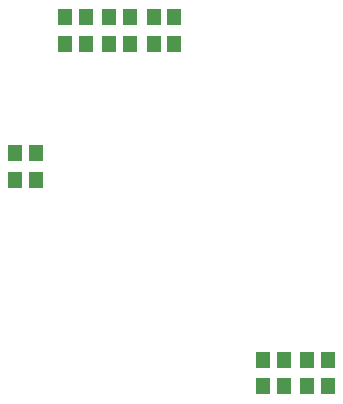
<source format=gbp>
G04*
G04 #@! TF.GenerationSoftware,Altium Limited,Altium Designer,22.9.1 (49)*
G04*
G04 Layer_Color=128*
%FSLAX44Y44*%
%MOMM*%
G71*
G04*
G04 #@! TF.SameCoordinates,4021D898-2042-4C7D-8B7F-38EBD3721E5A*
G04*
G04*
G04 #@! TF.FilePolarity,Positive*
G04*
G01*
G75*
%ADD23R,1.1500X1.3500*%
D23*
X783750Y226500D02*
D03*
X801250D02*
D03*
X821250Y226500D02*
D03*
X838750D02*
D03*
X708750Y516500D02*
D03*
X691250D02*
D03*
X671250D02*
D03*
X653750D02*
D03*
X633750D02*
D03*
X616250D02*
D03*
X591250Y401500D02*
D03*
X573750D02*
D03*
Y424000D02*
D03*
X591250D02*
D03*
X801250Y249000D02*
D03*
X783750D02*
D03*
X838750D02*
D03*
X821250D02*
D03*
X708750Y539000D02*
D03*
X691250D02*
D03*
X671250D02*
D03*
X653750D02*
D03*
X633750D02*
D03*
X616250D02*
D03*
M02*

</source>
